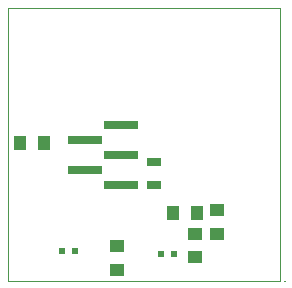
<source format=gbs>
G04 #@! TF.FileFunction,Soldermask,Bot*
%FSLAX46Y46*%
G04 Gerber Fmt 4.6, Leading zero omitted, Abs format (unit mm)*
G04 Created by KiCad (PCBNEW 4.0.7) date 01/31/18 21:16:08*
%MOMM*%
%LPD*%
G01*
G04 APERTURE LIST*
%ADD10C,0.152400*%
%ADD11C,0.100000*%
%ADD12R,3.000000X0.650000*%
%ADD13R,1.250000X1.000000*%
%ADD14R,0.600000X0.500000*%
%ADD15R,1.000000X1.250000*%
%ADD16R,1.300000X0.700000*%
G04 APERTURE END LIST*
D10*
D11*
X37100000Y-36800000D02*
X37000000Y-36800000D01*
X36700000Y-13700000D02*
X36700000Y-36800000D01*
X13600000Y-13700000D02*
X36700000Y-13700000D01*
X13600000Y-36800000D02*
X13600000Y-13700000D01*
X36700000Y-36800000D02*
X13600000Y-36800000D01*
D12*
X23170000Y-23650000D03*
X23170000Y-26190000D03*
X23170000Y-28730000D03*
X20170000Y-24920000D03*
X20170000Y-27460000D03*
D13*
X29480000Y-34820000D03*
X29480000Y-32820000D03*
D14*
X18170000Y-34260000D03*
X19270000Y-34260000D03*
X26590000Y-34530000D03*
X27690000Y-34530000D03*
D13*
X22850000Y-35900000D03*
X22850000Y-33900000D03*
D15*
X14670000Y-25120000D03*
X16670000Y-25120000D03*
D13*
X31340000Y-32850000D03*
X31340000Y-30850000D03*
D16*
X26030000Y-26780000D03*
X26030000Y-28680000D03*
D15*
X29620000Y-31100000D03*
X27620000Y-31100000D03*
M02*

</source>
